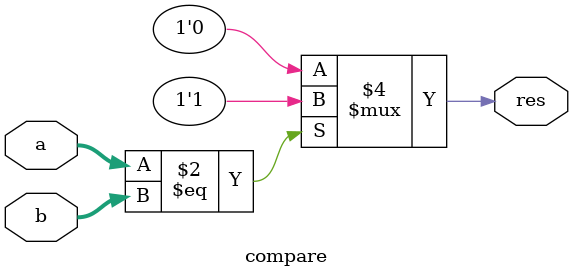
<source format=v>
`timescale 1ns / 1ps


module compare(a, b, res); //ÏàµÈÎª1 ²»ÏàÍ¬Îª0
    parameter WIDTH = 8;
    input [WIDTH-1:0] a, b;
    output reg res;   
    always @(a, b) begin
        if(a == b)
            res = 1;
        else
            res = 0;
    end
   // res = 0;

endmodule

</source>
